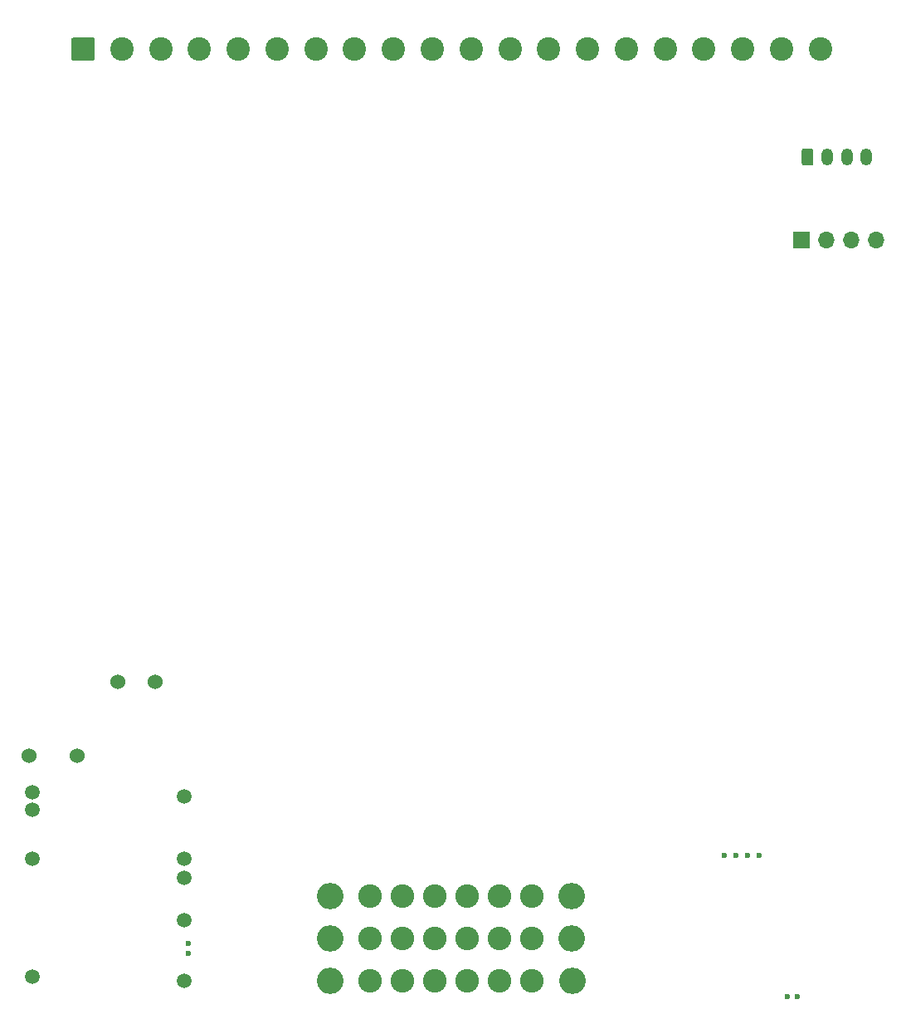
<source format=gbs>
G04 #@! TF.GenerationSoftware,KiCad,Pcbnew,8.0.9-8.0.9-0~ubuntu24.04.1*
G04 #@! TF.CreationDate,2025-05-23T06:35:07+00:00*
G04 #@! TF.ProjectId,stabiljr,73746162-696c-46a7-922e-6b696361645f,V1*
G04 #@! TF.SameCoordinates,PX3a2c940PY8e93060*
G04 #@! TF.FileFunction,Soldermask,Bot*
G04 #@! TF.FilePolarity,Negative*
%FSLAX46Y46*%
G04 Gerber Fmt 4.6, Leading zero omitted, Abs format (unit mm)*
G04 Created by KiCad (PCBNEW 8.0.9-8.0.9-0~ubuntu24.04.1) date 2025-05-23 06:35:07*
%MOMM*%
%LPD*%
G01*
G04 APERTURE LIST*
%ADD10C,1.524000*%
%ADD11C,0.600000*%
%ADD12O,1.200000X1.750000*%
%ADD13C,1.500000*%
%ADD14R,1.700000X1.700000*%
%ADD15O,1.700000X1.700000*%
%ADD16O,2.703200X2.703200*%
%ADD17O,2.403200X2.403200*%
%ADD18C,2.400000*%
G04 APERTURE END LIST*
D10*
G04 #@! TO.C,R9*
X15144979Y37500000D03*
X18954979Y37500000D03*
G04 #@! TD*
D11*
G04 #@! TO.C,M4*
X79375000Y19825000D03*
X80575000Y19825000D03*
X78175000Y19825000D03*
X76975000Y19825000D03*
X83435000Y5400000D03*
X84435000Y5400000D03*
G04 #@! TD*
G04 #@! TO.C,USB1*
G36*
G01*
X84900000Y90375000D02*
X84900000Y91625000D01*
G75*
G02*
X85150000Y91875000I250000J0D01*
G01*
X85850000Y91875000D01*
G75*
G02*
X86100000Y91625000I0J-250000D01*
G01*
X86100000Y90375000D01*
G75*
G02*
X85850000Y90125000I-250000J0D01*
G01*
X85150000Y90125000D01*
G75*
G02*
X84900000Y90375000I0J250000D01*
G01*
G37*
D12*
X87500000Y91000000D03*
X89500000Y91000000D03*
X91500000Y91000000D03*
G04 #@! TD*
D10*
G04 #@! TO.C,F2*
X10950000Y30000000D03*
X6050000Y30000000D03*
G04 #@! TD*
D13*
G04 #@! TO.C,M1*
X21874995Y25824999D03*
X21874995Y19425002D03*
X21874995Y17524999D03*
X21874995Y13224999D03*
D11*
X22324994Y10825002D03*
X22324994Y9825001D03*
D13*
X21874995Y6974999D03*
X6374998Y26275001D03*
X6374998Y24425002D03*
X6374998Y19474999D03*
X6374998Y7425001D03*
G04 #@! TD*
D14*
G04 #@! TO.C,BLUETOOTH1*
X84880000Y82500000D03*
D15*
X87420000Y82500000D03*
X89960000Y82500000D03*
X92500000Y82500000D03*
G04 #@! TD*
D16*
G04 #@! TO.C,J1*
X36800500Y15631000D03*
D17*
X40864500Y15631000D03*
X44166500Y15631000D03*
X47468500Y15631000D03*
X50770500Y15631000D03*
X54072500Y15631000D03*
X57374500Y15631000D03*
D16*
X61438500Y15631000D03*
X36804600Y11339400D03*
D17*
X40868600Y11339400D03*
X44170600Y11339400D03*
X47472600Y11339400D03*
X50774600Y11339400D03*
X54076600Y11339400D03*
X57378600Y11339400D03*
D16*
X61442600Y11339400D03*
X36800500Y6995000D03*
D17*
X40864500Y6995000D03*
X44166500Y6995000D03*
X47468500Y6995000D03*
X50770500Y6995000D03*
X54072500Y6995000D03*
X57374500Y6995000D03*
D16*
X61535800Y6995000D03*
G04 #@! TD*
G04 #@! TO.C,J2*
G36*
G01*
X10360000Y101050001D02*
X10360000Y102949999D01*
G75*
G02*
X10610001Y103200000I250001J0D01*
G01*
X12509999Y103200000D01*
G75*
G02*
X12760000Y102949999I0J-250001D01*
G01*
X12760000Y101050001D01*
G75*
G02*
X12509999Y100800000I-250001J0D01*
G01*
X10610001Y100800000D01*
G75*
G02*
X10360000Y101050001I0J250001D01*
G01*
G37*
D18*
X15520000Y102000000D03*
X19480000Y102000000D03*
X23440000Y102000000D03*
X27400000Y102000000D03*
X31360000Y102000000D03*
X35320000Y102000000D03*
X39280000Y102000000D03*
X43240000Y102000000D03*
X47200000Y102000000D03*
X51160000Y102000000D03*
X55120000Y102000000D03*
X59080000Y102000000D03*
X63040000Y102000000D03*
X67000000Y102000000D03*
X70960000Y102000000D03*
X74920000Y102000000D03*
X78880000Y102000000D03*
X82840000Y102000000D03*
X86800000Y102000000D03*
G04 #@! TD*
M02*

</source>
